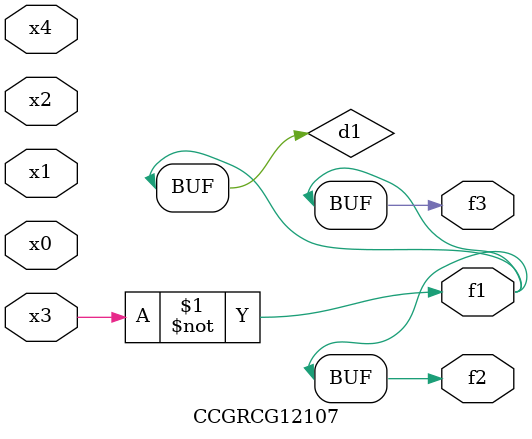
<source format=v>
module CCGRCG12107(
	input x0, x1, x2, x3, x4,
	output f1, f2, f3
);

	wire d1, d2;

	xnor (d1, x3);
	not (d2, x1);
	assign f1 = d1;
	assign f2 = d1;
	assign f3 = d1;
endmodule

</source>
